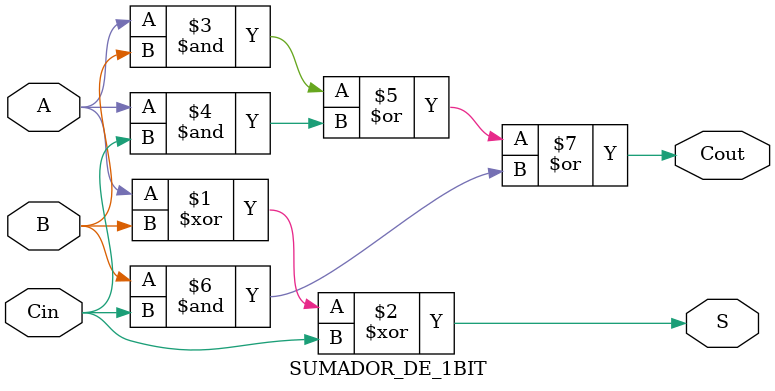
<source format=sv>
`timescale 1ns / 1ps


module SUMADOR_DE_1BIT(
    input logic A,
    input logic B,
    input logic Cin,
    output logic S,
    output logic Cout
);
    assign S = A ^ B ^ Cin;
    assign Cout = (A & B) | (A & Cin) | (B & Cin);
endmodule

</source>
